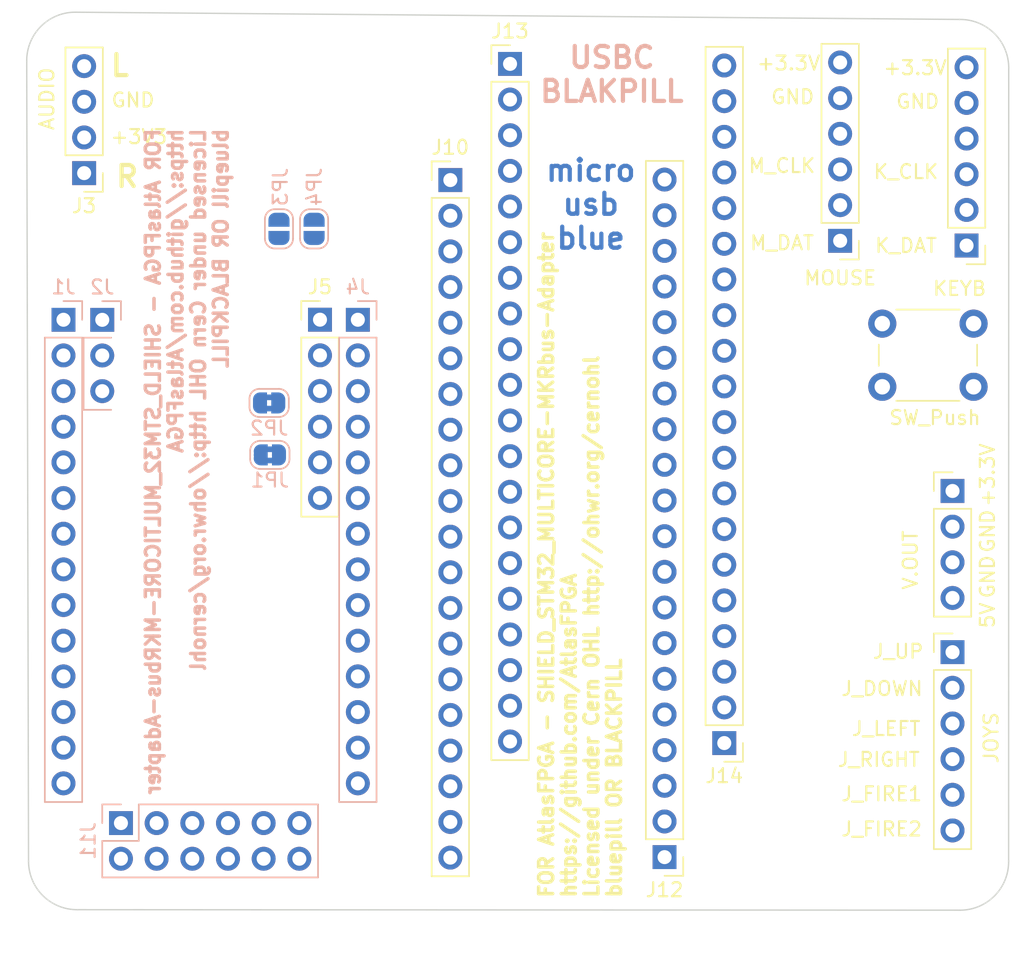
<source format=kicad_pcb>
(kicad_pcb (version 20211014) (generator pcbnew)
  (title_block (title "ATLAS RELOCATOR ESP32 DEV KIT V1 FINAL") (date "2023-06-05") (rev "FINAL") (company "The Experiment Group") (comment 1 "LICENSE OHL CERN V2 S") (comment 2 "https://ohwr.org/cern_ohl_s_v2.txt"))
  (layers (0 "F.Cu" signal) (31 "B.Cu" signal) (34 "B.Paste" user) (35 "F.Paste" user) (36 "B.SilkS" user "B.Silkscreen") (37 "F.SilkS" user "F.Silkscreen") (38 "B.Mask" user) (39 "F.Mask" user) (44 "Edge.Cuts" user))
  (net 0 "")
  (net 1 "R12_SD_CS")
  (net 2 "T13_SD_CLK")
  (net 3 "R13_SD_MISO")
  (net 4 "T14_SD_MOSI")
  (net 5 "P14_SD_DATA1")
  (net 6 "R14_SD_DATA2")
  (net 7 "T15_JOY_LEFT")
  (net 8 "N16_JOY_RIGHT")
  (net 9 "TMDSC_P")
  (net 10 "TMDSC_N")
  (net 11 "K15_JOY_FIRE1")
  (net 12 "K16_JOY_FIRE2")
  (net 13 "J14_JOY_UP")
  (net 14 "GND")
  (net 15 "+5V")
  (net 16 "VIN")
  (net 17 "+3.3V")
  (net 18 "RESET")
  (net 19 "R1_JOY_DOWN")
  (net 20 "TMDS_0_N")
  (net 21 "L2_KCLK")
  (net 22 "K2_KDAT")
  (net 23 "TMDS_1_P")
  (net 24 "TMDS_1_N")
  (net 25 "TMDS_0_P")
  (net 26 "TMDS_2_N")
  (net 27 "TMDS_2_P")
  (net 28 "MOUSE_DAT")
  (net 29 "MOUSE_CLK")
  (net 30 "L2_KDAT")
  (net 31 "K2_KCLK")
  (net 32 "JTAG_ENABLE")
  (net 34 "TCK")
  (net 35 "TDO")
  (net 36 "TDI")
  (net 37 "EAR")
  (net 38 "R11_RIGHT_EXTERNAL")
  (net 39 "T12_LEFT_EXTERNAL")
  (net 40 "R11_RIGHT_INTERNAL")
  (net 41 "T12_LEFT_INTERNAL")
  (net 42 "T12_LEFT_MKR")
  (net 43 "R11_RIGHT_MKR")
  (net 44 "TMS")
  (net 45 "PI_CS")
  (net 46 "PI_CLK")
  (net 47 "PI_MISO")
  (net 48 "PI_MOSI")
  (net 50 "PI_RX")
  (net 51 "PI_TX")
  (net 62 "BAT")
  (footprint "Connector_PinHeader_2.54mm:PinHeader_1x06_P2.54mm_Vertical" (layer "F.Cu") (at 199.25 86.19 180)
    (fp_text reference "J8")
    (fp_text value "Conn_01x06" hide)
    (fp_text user "K_DAT" (at 6.6 0 unlocked) (layer "F.SilkS") (effects (justify left)))
    (fp_text user "K_CLK" (at 6.7 5.26 unlocked) (layer "F.SilkS") (effects (justify left)))
    (fp_text user "GND" (at 5.1 10.26 unlocked) (layer "F.SilkS") (effects (justify left)))
    (fp_text user "+3.3V" (at 6 12.66 unlocked) (layer "F.SilkS") (effects (justify left)))
    (fp_line (start -1.33 -1.33) (end 0 -1.33) (layer "F.SilkS") (width 0.12))
    (fp_line (start -1.33 1.27) (end 1.33 1.27) (layer "F.SilkS") (width 0.12))
    (fp_line (start -1.33 1.27) (end -1.33 14.03) (layer "F.SilkS") (width 0.12))
    (fp_line (start -1.33 14.03) (end 1.33 14.03) (layer "F.SilkS") (width 0.12))
    (fp_line (start 1.33 1.27) (end 1.33 14.03) (layer "F.SilkS") (width 0.12))
    (fp_line (start -1.33 0) (end -1.33 -1.33) (layer "F.SilkS") (width 0.12))
    (pad "1" thru_hole rect (at 0 0 180) (size 1.7 1.7) (drill 1) (layers *.Cu *.Mask) (net 22 "K2_KDAT"))
    (pad "2" thru_hole oval (at 0 2.54 180) (size 1.7 1.7) (drill 1) (layers *.Cu *.Mask) (net 17 "+3.3V"))
    (pad "3" thru_hole oval (at 0 5.08 180) (size 1.7 1.7) (drill 1) (layers *.Cu *.Mask) (net 21 "L2_KCLK"))
    (pad "4" thru_hole oval (at 0 7.62 180) (size 1.7 1.7) (drill 1) (layers *.Cu *.Mask) (net 14 "GND"))
    (pad "5" thru_hole oval (at 0 10.16 180) (size 1.7 1.7) (drill 1) (layers *.Cu *.Mask) (net 14 "GND"))
    (pad "6" thru_hole oval (at 0 12.7 180) (size 1.7 1.7) (drill 1) (layers *.Cu *.Mask) (net 17 "+3.3V"))
  )
  (footprint "Connector_PinHeader_2.54mm:PinHeader_1x20_P2.54mm_Vertical" (layer "F.Cu") (at 166.75 73.25)
    (fp_text reference "J13" (at 0 -2.33) (layer "F.SilkS"))
    (fp_text value "BLACKPILL_IZQ")
    (fp_line (start -1.33 49.59) (end 1.33 49.59) (layer "F.SilkS") (width 0.12))
    (fp_line (start -1.33 1.27) (end 1.33 1.27) (layer "F.SilkS") (width 0.12))
    (fp_line (start -1.33 0) (end -1.33 -1.33) (layer "F.SilkS") (width 0.12))
    (fp_line (start 1.33 1.27) (end 1.33 49.59) (layer "F.SilkS") (width 0.12))
    (fp_line (start -1.33 1.27) (end -1.33 49.59) (layer "F.SilkS") (width 0.12))
    (fp_line (start -1.33 -1.33) (end 0 -1.33) (layer "F.SilkS") (width 0.12))
    (pad "1" thru_hole rect (at 0 0) (size 1.7 1.7) (drill 1) (layers *.Cu *.Mask))
    (pad "2" thru_hole oval (at 0 2.54) (size 1.7 1.7) (drill 1) (layers *.Cu *.Mask))
    (pad "3" thru_hole oval (at 0 5.08) (size 1.7 1.7) (drill 1) (layers *.Cu *.Mask))
    (pad "4" thru_hole oval (at 0 7.62) (size 1.7 1.7) (drill 1) (layers *.Cu *.Mask) (net 2 "T13_SD_CLK"))
    (pad "5" thru_hole oval (at 0 10.16) (size 1.7 1.7) (drill 1) (layers *.Cu *.Mask) (net 5 "P14_SD_DATA1"))
    (pad "6" thru_hole oval (at 0 12.7) (size 1.7 1.7) (drill 1) (layers *.Cu *.Mask) (net 6 "R14_SD_DATA2"))
    (pad "7" thru_hole oval (at 0 15.24) (size 1.7 1.7) (drill 1) (layers *.Cu *.Mask) (net 48 "PI_MOSI"))
    (pad "8" thru_hole oval (at 0 17.78) (size 1.7 1.7) (drill 1) (layers *.Cu *.Mask))
    (pad "9" thru_hole oval (at 0 20.32) (size 1.7 1.7) (drill 1) (layers *.Cu *.Mask) (net 47 "PI_MISO"))
    (pad "10" thru_hole oval (at 0 22.86) (size 1.7 1.7) (drill 1) (layers *.Cu *.Mask))
    (pad "11" thru_hole oval (at 0 25.4) (size 1.7 1.7) (drill 1) (layers *.Cu *.Mask))
    (pad "12" thru_hole oval (at 0 27.94) (size 1.7 1.7) (drill 1) (layers *.Cu *.Mask) (net 3 "R13_SD_MISO"))
    (pad "13" thru_hole oval (at 0 30.48) (size 1.7 1.7) (drill 1) (layers *.Cu *.Mask) (net 1 "R12_SD_CS"))
    (pad "14" thru_hole oval (at 0 33.02) (size 1.7 1.7) (drill 1) (layers *.Cu *.Mask) (net 50 "PI_RX"))
    (pad "15" thru_hole oval (at 0 35.56) (size 1.7 1.7) (drill 1) (layers *.Cu *.Mask) (net 51 "PI_TX"))
    (pad "16" thru_hole oval (at 0 38.1) (size 1.7 1.7) (drill 1) (layers *.Cu *.Mask))
    (pad "17" thru_hole oval (at 0 40.64) (size 1.7 1.7) (drill 1) (layers *.Cu *.Mask))
    (pad "18" thru_hole oval (at 0 43.18) (size 1.7 1.7) (drill 1) (layers *.Cu *.Mask) (net 15 "+5V"))
    (pad "19" thru_hole oval (at 0 45.72) (size 1.7 1.7) (drill 1) (layers *.Cu *.Mask) (net 14 "GND"))
    (pad "20" thru_hole oval (at 0 48.26) (size 1.7 1.7) (drill 1) (layers *.Cu *.Mask) (net 17 "+3.3V"))
  )
  (footprint "Connector_PinHeader_2.54mm:PinHeader_1x20_P2.54mm_Vertical" (layer "F.Cu") (at 182 121.625 180)
    (fp_text reference "J14" (at 0 -2.33) (layer "F.SilkS"))
    (fp_text value "BLACKPILL_DER")
    (fp_line (start -1.33 49.59) (end 1.33 49.59) (layer "F.SilkS") (width 0.12))
    (fp_line (start -1.33 0) (end -1.33 -1.33) (layer "F.SilkS") (width 0.12))
    (fp_line (start 1.33 1.27) (end 1.33 49.59) (layer "F.SilkS") (width 0.12))
    (fp_line (start -1.33 -1.33) (end 0 -1.33) (layer "F.SilkS") (width 0.12))
    (fp_line (start -1.33 1.27) (end -1.33 49.59) (layer "F.SilkS") (width 0.12))
    (fp_line (start -1.33 1.27) (end 1.33 1.27) (layer "F.SilkS") (width 0.12))
    (pad "1" thru_hole rect (at 0 0 180) (size 1.7 1.7) (drill 1) (layers *.Cu *.Mask) (net 62 "BAT"))
    (pad "2" thru_hole oval (at 0 2.54 180) (size 1.7 1.7) (drill 1) (layers *.Cu *.Mask))
    (pad "3" thru_hole oval (at 0 5.08 180) (size 1.7 1.7) (drill 1) (layers *.Cu *.Mask))
    (pad "4" thru_hole oval (at 0 7.62 180) (size 1.7 1.7) (drill 1) (layers *.Cu *.Mask))
    (pad "5" thru_hole oval (at 0 10.16 180) (size 1.7 1.7) (drill 1) (layers *.Cu *.Mask) (net 18 "RESET"))
    (pad "6" thru_hole oval (at 0 12.7 180) (size 1.7 1.7) (drill 1) (layers *.Cu *.Mask) (net 34 "TCK"))
    (pad "7" thru_hole oval (at 0 15.24 180) (size 1.7 1.7) (drill 1) (layers *.Cu *.Mask) (net 36 "TDI"))
    (pad "8" thru_hole oval (at 0 17.78 180) (size 1.7 1.7) (drill 1) (layers *.Cu *.Mask) (net 44 "TMS"))
    (pad "9" thru_hole oval (at 0 20.32 180) (size 1.7 1.7) (drill 1) (layers *.Cu *.Mask) (net 35 "TDO"))
    (pad "10" thru_hole oval (at 0 22.86 180) (size 1.7 1.7) (drill 1) (layers *.Cu *.Mask))
    (pad "11" thru_hole oval (at 0 25.4 180) (size 1.7 1.7) (drill 1) (layers *.Cu *.Mask))
    (pad "12" thru_hole oval (at 0 27.94 180) (size 1.7 1.7) (drill 1) (layers *.Cu *.Mask) (net 4 "T14_SD_MOSI"))
    (pad "13" thru_hole oval (at 0 30.48 180) (size 1.7 1.7) (drill 1) (layers *.Cu *.Mask))
    (pad "14" thru_hole oval (at 0 33.02 180) (size 1.7 1.7) (drill 1) (layers *.Cu *.Mask) (net 46 "PI_CLK"))
    (pad "15" thru_hole oval (at 0 35.56 180) (size 1.7 1.7) (drill 1) (layers *.Cu *.Mask) (net 45 "PI_CS"))
    (pad "16" thru_hole oval (at 0 38.1 180) (size 1.7 1.7) (drill 1) (layers *.Cu *.Mask))
    (pad "17" thru_hole oval (at 0 40.64 180) (size 1.7 1.7) (drill 1) (layers *.Cu *.Mask))
    (pad "18" thru_hole oval (at 0 43.18 180) (size 1.7 1.7) (drill 1) (layers *.Cu *.Mask) (net 17 "+3.3V"))
    (pad "19" thru_hole oval (at 0 45.72 180) (size 1.7 1.7) (drill 1) (layers *.Cu *.Mask) (net 14 "GND"))
    (pad "20" thru_hole oval (at 0 48.26 180) (size 1.7 1.7) (drill 1) (layers *.Cu *.Mask) (net 15 "+5V"))
  )
  (footprint "Connector_PinHeader_2.54mm:PinHeader_1x06_P2.54mm_Vertical" (layer "F.Cu") (at 153.22 91.47)
    (fp_text reference "J5" (at 0 -2.33) (layer "F.SilkS"))
    (fp_text value "JTAG")
    (fp_line (start -1.33 1.27) (end 1.33 1.27) (layer "F.SilkS") (width 0.12))
    (fp_line (start -1.33 0) (end -1.33 -1.33) (layer "F.SilkS") (width 0.12))
    (fp_line (start -1.33 14.03) (end 1.33 14.03) (layer "F.SilkS") (width 0.12))
    (fp_line (start 1.33 1.27) (end 1.33 14.03) (layer "F.SilkS") (width 0.12))
    (fp_line (start -1.33 -1.33) (end 0 -1.33) (layer "F.SilkS") (width 0.12))
    (fp_line (start -1.33 1.27) (end -1.33 14.03) (layer "F.SilkS") (width 0.12))
    (pad "1" thru_hole rect (at 0 0) (size 1.7 1.7) (drill 1) (layers *.Cu *.Mask) (net 14 "GND"))
    (pad "2" thru_hole oval (at 0 2.54) (size 1.7 1.7) (drill 1) (layers *.Cu *.Mask) (net 32 "JTAG_ENABLE"))
    (pad "3" thru_hole oval (at 0 5.08) (size 1.7 1.7) (drill 1) (layers *.Cu *.Mask) (net 34 "TCK"))
    (pad "4" thru_hole oval (at 0 7.62) (size 1.7 1.7) (drill 1) (layers *.Cu *.Mask) (net 35 "TDO"))
    (pad "5" thru_hole oval (at 0 10.16) (size 1.7 1.7) (drill 1) (layers *.Cu *.Mask) (net 36 "TDI"))
    (pad "6" thru_hole oval (at 0 12.7) (size 1.7 1.7) (drill 1) (layers *.Cu *.Mask) (net 44 "TMS"))
  )
  (footprint "Connector_PinHeader_2.54mm:PinHeader_1x20_P2.54mm_Vertical" (layer "F.Cu") (at 162.5 81.525)
    (fp_text reference "J10" (at 0 -2.33) (layer "F.SilkS"))
    (fp_text value "BLUEPILL_IZQ")
    (fp_line (start -1.33 0) (end -1.33 -1.33) (layer "F.SilkS") (width 0.12))
    (fp_line (start 1.33 1.27) (end 1.33 49.59) (layer "F.SilkS") (width 0.12))
    (fp_line (start -1.33 49.59) (end 1.33 49.59) (layer "F.SilkS") (width 0.12))
    (fp_line (start -1.33 -1.33) (end 0 -1.33) (layer "F.SilkS") (width 0.12))
    (fp_line (start -1.33 1.27) (end -1.33 49.59) (layer "F.SilkS") (width 0.12))
    (fp_line (start -1.33 1.27) (end 1.33 1.27) (layer "F.SilkS") (width 0.12))
    (pad "1" thru_hole rect (at 0 0) (size 1.7 1.7) (drill 1) (layers *.Cu *.Mask) (net 45 "PI_CS"))
    (pad "2" thru_hole oval (at 0 2.54) (size 1.7 1.7) (drill 1) (layers *.Cu *.Mask) (net 46 "PI_CLK"))
    (pad "3" thru_hole oval (at 0 5.08) (size 1.7 1.7) (drill 1) (layers *.Cu *.Mask) (net 47 "PI_MISO"))
    (pad "4" thru_hole oval (at 0 7.62) (size 1.7 1.7) (drill 1) (layers *.Cu *.Mask) (net 48 "PI_MOSI"))
    (pad "5" thru_hole oval (at 0 10.16) (size 1.7 1.7) (drill 1) (layers *.Cu *.Mask))
    (pad "6" thru_hole oval (at 0 12.7) (size 1.7 1.7) (drill 1) (layers *.Cu *.Mask) (net 50 "PI_RX"))
    (pad "7" thru_hole oval (at 0 15.24) (size 1.7 1.7) (drill 1) (layers *.Cu *.Mask) (net 51 "PI_TX"))
    (pad "8" thru_hole oval (at 0 17.78) (size 1.7 1.7) (drill 1) (layers *.Cu *.Mask))
    (pad "9" thru_hole oval (at 0 20.32) (size 1.7 1.7) (drill 1) (layers *.Cu *.Mask))
    (pad "10" thru_hole oval (at 0 22.86) (size 1.7 1.7) (drill 1) (layers *.Cu *.Mask))
    (pad "11" thru_hole oval (at 0 25.4) (size 1.7 1.7) (drill 1) (layers *.Cu *.Mask))
    (pad "12" thru_hole oval (at 0 27.94) (size 1.7 1.7) (drill 1) (layers *.Cu *.Mask))
    (pad "13" thru_hole oval (at 0 30.48) (size 1.7 1.7) (drill 1) (layers *.Cu *.Mask))
    (pad "14" thru_hole oval (at 0 33.02) (size 1.7 1.7) (drill 1) (layers *.Cu *.Mask))
    (pad "15" thru_hole oval (at 0 35.56) (size 1.7 1.7) (drill 1) (layers *.Cu *.Mask))
    (pad "16" thru_hole oval (at 0 38.1) (size 1.7 1.7) (drill 1) (layers *.Cu *.Mask))
    (pad "17" thru_hole oval (at 0 40.64) (size 1.7 1.7) (drill 1) (layers *.Cu *.Mask))
    (pad "18" thru_hole oval (at 0 43.18) (size 1.7 1.7) (drill 1) (layers *.Cu *.Mask) (net 15 "+5V"))
    (pad "19" thru_hole oval (at 0 45.72) (size 1.7 1.7) (drill 1) (layers *.Cu *.Mask) (net 14 "GND"))
    (pad "20" thru_hole oval (at 0 48.26) (size 1.7 1.7) (drill 1) (layers *.Cu *.Mask) (net 17 "+3.3V"))
  )
  (footprint "Connector_PinHeader_2.54mm:PinHeader_1x04_P2.54mm_Vertical" (layer "F.Cu") (at 136.43 81.03 180)
    (fp_text reference "J3" (at 0 -2.33) (layer "F.SilkS"))
    (fp_text value "Conn_01x04")
    (fp_line (start -1.33 1.27) (end -1.33 8.95) (layer "F.SilkS") (width 0.12))
    (fp_line (start -1.33 1.27) (end 1.33 1.27) (layer "F.SilkS") (width 0.12))
    (fp_line (start -1.33 8.95) (end 1.33 8.95) (layer "F.SilkS") (width 0.12))
    (fp_line (start -1.33 0) (end -1.33 -1.33) (layer "F.SilkS") (width 0.12))
    (fp_line (start -1.33 -1.33) (end 0 -1.33) (layer "F.SilkS") (width 0.12))
    (fp_line (start 1.33 1.27) (end 1.33 8.95) (layer "F.SilkS") (width 0.12))
    (pad "1" thru_hole rect (at 0 0 180) (size 1.7 1.7) (drill 1) (layers *.Cu *.Mask) (net 38 "R11_RIGHT_EXTERNAL"))
    (pad "2" thru_hole oval (at 0 2.54 180) (size 1.7 1.7) (drill 1) (layers *.Cu *.Mask) (net 17 "+3.3V"))
    (pad "3" thru_hole oval (at 0 5.08 180) (size 1.7 1.7) (drill 1) (layers *.Cu *.Mask) (net 14 "GND"))
    (pad "4" thru_hole oval (at 0 7.62 180) (size 1.7 1.7) (drill 1) (layers *.Cu *.Mask) (net 39 "T12_LEFT_EXTERNAL"))
  )
  (footprint "Connector_PinHeader_2.54mm:PinHeader_1x06_P2.54mm_Vertical" (layer "F.Cu") (at 198.25 115.15)
    (fp_text reference "J9")
    (fp_text value "Conn_01x06" hide)
    (fp_text user "J_DOWN" (at -8 2.6 unlocked) (layer "F.SilkS") (effects (justify left)))
    (fp_text user "J_RIGHT" (at -8.25 7.65 unlocked) (layer "F.SilkS") (effects (justify left)))
    (fp_text user "J_FIRE2" (at -8 12.6 unlocked) (layer "F.SilkS") (effects (justify left)))
    (fp_text user "J_FIRE1" (at -8 10.1 unlocked) (layer "F.SilkS") (effects (justify left)))
    (fp_text user "J_LEFT" (at -7.25 5.45 unlocked) (layer "F.SilkS") (effects (justify left)))
    (fp_text user "J_UP" (at -5.75 -0.05 unlocked) (layer "F.SilkS") (effects (justify left)))
    (fp_line (start 1.33 1.27) (end 1.33 14.03) (layer "F.SilkS") (width 0.12))
    (fp_line (start -1.33 -1.33) (end 0 -1.33) (layer "F.SilkS") (width 0.12))
    (fp_line (start -1.33 1.27) (end 1.33 1.27) (layer "F.SilkS") (width 0.12))
    (fp_line (start -1.33 14.03) (end 1.33 14.03) (layer "F.SilkS") (width 0.12))
    (fp_line (start -1.33 0) (end -1.33 -1.33) (layer "F.SilkS") (width 0.12))
    (fp_line (start -1.33 1.27) (end -1.33 14.03) (layer "F.SilkS") (width 0.12))
    (pad "1" thru_hole rect (at 0 0) (size 1.7 1.7) (drill 1) (layers *.Cu *.Mask) (net 13 "J14_JOY_UP"))
    (pad "2" thru_hole oval (at 0 2.54) (size 1.7 1.7) (drill 1) (layers *.Cu *.Mask) (net 19 "R1_JOY_DOWN"))
    (pad "3" thru_hole oval (at 0 5.08) (size 1.7 1.7) (drill 1) (layers *.Cu *.Mask) (net 7 "T15_JOY_LEFT"))
    (pad "4" thru_hole oval (at 0 7.62) (size 1.7 1.7) (drill 1) (layers *.Cu *.Mask) (net 8 "N16_JOY_RIGHT"))
    (pad "5" thru_hole oval (at 0 10.16) (size 1.7 1.7) (drill 1) (layers *.Cu *.Mask) (net 11 "K15_JOY_FIRE1"))
    (pad "6" thru_hole oval (at 0 12.7) (size 1.7 1.7) (drill 1) (layers *.Cu *.Mask) (net 12 "K16_JOY_FIRE2"))
  )
  (footprint "Connector_PinHeader_2.54mm:PinHeader_1x20_P2.54mm_Vertical" (layer "F.Cu") (at 177.75 129.75 180)
    (fp_text reference "J12" (at 0 -2.33) (layer "F.SilkS"))
    (fp_text value "BLUEPILL_DER")
    (fp_line (start 1.33 1.27) (end 1.33 49.59) (layer "F.SilkS") (width 0.12))
    (fp_line (start -1.33 1.27) (end 1.33 1.27) (layer "F.SilkS") (width 0.12))
    (fp_line (start -1.33 49.59) (end 1.33 49.59) (layer "F.SilkS") (width 0.12))
    (fp_line (start -1.33 0) (end -1.33 -1.33) (layer "F.SilkS") (width 0.12))
    (fp_line (start -1.33 1.27) (end -1.33 49.59) (layer "F.SilkS") (width 0.12))
    (fp_line (start -1.33 -1.33) (end 0 -1.33) (layer "F.SilkS") (width 0.12))
    (pad "1" thru_hole rect (at 0 0 180) (size 1.7 1.7) (drill 1) (layers *.Cu *.Mask) (net 62 "BAT"))
    (pad "2" thru_hole oval (at 0 2.54 180) (size 1.7 1.7) (drill 1) (layers *.Cu *.Mask))
    (pad "3" thru_hole oval (at 0 5.08 180) (size 1.7 1.7) (drill 1) (layers *.Cu *.Mask))
    (pad "4" thru_hole oval (at 0 7.62 180) (size 1.7 1.7) (drill 1) (layers *.Cu *.Mask))
    (pad "5" thru_hole oval (at 0 10.16 180) (size 1.7 1.7) (drill 1) (layers *.Cu *.Mask))
    (pad "6" thru_hole oval (at 0 12.7 180) (size 1.7 1.7) (drill 1) (layers *.Cu *.Mask))
    (pad "7" thru_hole oval (at 0 15.24 180) (size 1.7 1.7) (drill 1) (layers *.Cu *.Mask))
    (pad "8" thru_hole oval (at 0 17.78 180) (size 1.7 1.7) (drill 1) (layers *.Cu *.Mask))
    (pad "9" thru_hole oval (at 0 20.32 180) (size 1.7 1.7) (drill 1) (layers *.Cu *.Mask) (net 1 "R12_SD_CS"))
    (pad "10" thru_hole oval (at 0 22.86 180) (size 1.7 1.7) (drill 1) (layers *.Cu *.Mask) (net 2 "T13_SD_CLK"))
    (pad "11" thru_hole oval (at 0 25.4 180) (size 1.7 1.7) (drill 1) (layers *.Cu *.Mask) (net 3 "R13_SD_MISO"))
    (pad "12" thru_hole oval (at 0 27.94 180) (size 1.7 1.7) (drill 1) (layers *.Cu *.Mask) (net 4 "T14_SD_MOSI"))
    (pad "13" thru_hole oval (at 0 30.48 180) (size 1.7 1.7) (drill 1) (layers *.Cu *.Mask) (net 34 "TCK"))
    (pad "14" thru_hole oval (at 0 33.02 180) (size 1.7 1.7) (drill 1) (layers *.Cu *.Mask) (net 36 "TDI"))
    (pad "15" thru_hole oval (at 0 35.56 180) (size 1.7 1.7) (drill 1) (layers *.Cu *.Mask) (net 44 "TMS"))
    (pad "16" thru_hole oval (at 0 38.1 180) (size 1.7 1.7) (drill 1) (layers *.Cu *.Mask) (net 35 "TDO"))
    (pad "17" thru_hole oval (at 0 40.64 180) (size 1.7 1.7) (drill 1) (layers *.Cu *.Mask) (net 18 "RESET"))
    (pad "18" thru_hole oval (at 0 43.18 180) (size 1.7 1.7) (drill 1) (layers *.Cu *.Mask) (net 17 "+3.3V"))
    (pad "19" thru_hole oval (at 0 45.72 180) (size 1.7 1.7) (drill 1) (layers *.Cu *.Mask) (net 14 "GND"))
    (pad "20" thru_hole oval (at 0 48.26 180) (size 1.7 1.7) (drill 1) (layers *.Cu *.Mask) (net 14 "GND"))
  )
  (footprint "Button_Switch_THT:SW_PUSH_6mm" (layer "F.Cu") (at 193.25 91.75)
    (fp_text reference "SW1")
    (fp_text value "SW_Push" (at 3.75 6.7) (layer "F.SilkS"))
    (fp_line (start 6.75 3) (end 6.75 1.5) (layer "F.SilkS") (width 0.12))
    (fp_line (start -0.25 1.5) (end -0.25 3) (layer "F.SilkS") (width 0.12))
    (fp_line (start 5.5 -1) (end 1 -1) (layer "F.SilkS") (width 0.12))
    (fp_line (start 1 5.5) (end 5.5 5.5) (layer "F.SilkS") (width 0.12))
    (pad "1" thru_hole circle locked (at 6.5 0 90) (size 2 2) (drill 1.1) (layers *.Cu *.Mask) (net 18 "RESET"))
    (pad "1" thru_hole circle locked (at 0 0 90) (size 2 2) (drill 1.1) (layers *.Cu *.Mask) (net 18 "RESET"))
    (pad "2" thru_hole circle locked (at 0 4.5 90) (size 2 2) (drill 1.1) (layers *.Cu *.Mask) (net 14 "GND"))
    (pad "2" thru_hole circle locked (at 6.5 4.5 90) (size 2 2) (drill 1.1) (layers *.Cu *.Mask) (net 14 "GND"))
  )
  (footprint "Connector_PinHeader_2.54mm:PinHeader_1x04_P2.54mm_Vertical" (layer "F.Cu") (at 198.25 103.67)
    (fp_text reference "J7")
    (fp_text value "Conn_01x04" hide)
    (fp_text user "GND" (at 2.49 2.86 90 unlocked) (layer "F.SilkS"))
    (fp_text user "GND" (at 2.49 6.11 90 unlocked) (layer "F.SilkS"))
    (fp_text user "+3.3V" (at 2.49 -1.14 90 unlocked) (layer "F.SilkS"))
    (fp_text user "5V" (at 2.49 8.86 90 unlocked) (layer "F.SilkS"))
    (fp_line (start -1.33 -1.33) (end 0 -1.33) (layer "F.SilkS") (width 0.12))
    (fp_line (start -1.33 1.27) (end -1.33 8.95) (layer "F.SilkS") (width 0.12))
    (fp_line (start -1.33 1.27) (end 1.33 1.27) (layer "F.SilkS") (width 0.12))
    (fp_line (start -1.33 8.95) (end 1.33 8.95) (layer "F.SilkS") (width 0.12))
    (fp_line (start 1.33 1.27) (end 1.33 8.95) (layer "F.SilkS") (width 0.12))
    (fp_line (start -1.33 0) (end -1.33 -1.33) (layer "F.SilkS") (width 0.12))
    (pad "1" thru_hole rect (at 0 0) (size 1.7 1.7) (drill 1) (layers *.Cu *.Mask) (net 17 "+3.3V"))
    (pad "2" thru_hole oval (at 0 2.54) (size 1.7 1.7) (drill 1) (layers *.Cu *.Mask) (net 14 "GND"))
    (pad "3" thru_hole oval (at 0 5.08) (size 1.7 1.7) (drill 1) (layers *.Cu *.Mask) (net 14 "GND"))
    (pad "4" thru_hole oval (at 0 7.62) (size 1.7 1.7) (drill 1) (layers *.Cu *.Mask) (net 15 "+5V"))
  )
  (footprint "Connector_PinHeader_2.54mm:PinHeader_1x06_P2.54mm_Vertical" (layer "F.Cu") (at 190.25 85.85 180)
    (fp_text reference "J6")
    (fp_text value "Conn_01x06" hide)
    (fp_text user "M_DAT" (at 6.5 -0.15 unlocked) (layer "F.SilkS") (effects (justify left)))
    (fp_text user "M_CLK" (at 6.6 5.35 unlocked) (layer "F.SilkS") (effects (justify left)))
    (fp_text user "+3.3V" (at 6 12.65 unlocked) (layer "F.SilkS") (effects (justify left)))
    (fp_text user "GND" (at 5 10.25 unlocked) (layer "F.SilkS") (effects (justify left)))
    (fp_line (start -1.33 0) (end -1.33 -1.33) (layer "F.SilkS") (width 0.12))
    (fp_line (start -1.33 14.03) (end 1.33 14.03) (layer "F.SilkS") (width 0.12))
    (fp_line (start -1.33 1.27) (end -1.33 14.03) (layer "F.SilkS") (width 0.12))
    (fp_line (start -1.33 1.27) (end 1.33 1.27) (layer "F.SilkS") (width 0.12))
    (fp_line (start -1.33 -1.33) (end 0 -1.33) (layer "F.SilkS") (width 0.12))
    (fp_line (start 1.33 1.27) (end 1.33 14.03) (layer "F.SilkS") (width 0.12))
    (pad "1" thru_hole rect (at 0 0 180) (size 1.7 1.7) (drill 1) (layers *.Cu *.Mask) (net 28 "MOUSE_DAT"))
    (pad "2" thru_hole oval (at 0 2.54 180) (size 1.7 1.7) (drill 1) (layers *.Cu *.Mask) (net 17 "+3.3V"))
    (pad "3" thru_hole oval (at 0 5.08 180) (size 1.7 1.7) (drill 1) (layers *.Cu *.Mask) (net 29 "MOUSE_CLK"))
    (pad "4" thru_hole oval (at 0 7.62 180) (size 1.7 1.7) (drill 1) (layers *.Cu *.Mask) (net 14 "GND"))
    (pad "5" thru_hole oval (at 0 10.16 180) (size 1.7 1.7) (drill 1) (layers *.Cu *.Mask) (net 14 "GND"))
    (pad "6" thru_hole oval (at 0 12.7 180) (size 1.7 1.7) (drill 1) (layers *.Cu *.Mask) (net 17 "+3.3V"))
  )
  (footprint "Connector_PinHeader_2.54mm:PinHeader_1x14_P2.54mm_Vertical" (layer "B.Cu") (at 134.96 91.475 180)
    (fp_text reference "J1" (at 0 2.33) (layer "B.SilkS") (effects (justify mirror)))
    (fp_text value "Conn_01x14" hide)
    (fp_line (start -1.33 -1.27) (end -1.33 -34.35) (layer "B.SilkS") (width 0.12))
    (fp_line (start -1.33 -1.27) (end 1.33 -1.27) (layer "B.SilkS") (width 0.12))
    (fp_line (start -1.33 -34.35) (end 1.33 -34.35) (layer "B.SilkS") (width 0.12))
    (fp_line (start -1.33 1.33) (end 0 1.33) (layer "B.SilkS") (width 0.12))
    (fp_line (start -1.33 0) (end -1.33 1.33) (layer "B.SilkS") (width 0.12))
    (fp_line (start 1.33 -1.27) (end 1.33 -34.35) (layer "B.SilkS") (width 0.12))
    (pad "1" thru_hole rect locked (at 0 0 180) (size 1.7 1.7) (drill 1) (layers *.Cu *.Mask) (net 37 "EAR"))
    (pad "2" thru_hole oval locked (at 0 -2.54 180) (size 1.7 1.7) (drill 1) (layers *.Cu *.Mask) (net 1 "R12_SD_CS"))
    (pad "3" thru_hole oval locked (at 0 -5.08 180) (size 1.7 1.7) (drill 1) (layers *.Cu *.Mask) (net 2 "T13_SD_CLK"))
    (pad "4" thru_hole oval locked (at 0 -7.62 180) (size 1.7 1.7) (drill 1) (layers *.Cu *.Mask) (net 3 "R13_SD_MISO"))
    (pad "5" thru_hole oval locked (at 0 -10.16 180) (size 1.7 1.7) (drill 1) (layers *.Cu *.Mask) (net 4 "T14_SD_MOSI"))
    (pad "6" thru_hole oval locked (at 0 -12.7 180) (size 1.7 1.7) (drill 1) (layers *.Cu *.Mask) (net 5 "P14_SD_DATA1"))
    (pad "7" thru_hole oval locked (at 0 -15.24 180) (size 1.7 1.7) (drill 1) (layers *.Cu *.Mask) (net 6 "R14_SD_DATA2"))
    (pad "8" thru_hole oval locked (at 0 -17.78 180) (size 1.7 1.7) (drill 1) (layers *.Cu *.Mask) (net 7 "T15_JOY_LEFT"))
    (pad "9" thru_hole oval locked (at 0 -20.32 180) (size 1.7 1.7) (drill 1) (layers *.Cu *.Mask) (net 8 "N16_JOY_RIGHT"))
    (pad "10" thru_hole oval locked (at 0 -22.86 180) (size 1.7 1.7) (drill 1) (layers *.Cu *.Mask) (net 9 "TMDSC_P"))
    (pad "11" thru_hole oval locked (at 0 -25.4 180) (size 1.7 1.7) (drill 1) (layers *.Cu *.Mask) (net 10 "TMDSC_N"))
    (pad "12" thru_hole oval locked (at 0 -27.94 180) (size 1.7 1.7) (drill 1) (layers *.Cu *.Mask) (net 11 "K15_JOY_FIRE1"))
    (pad "13" thru_hole oval locked (at 0 -30.48 180) (size 1.7 1.7) (drill 1) (layers *.Cu *.Mask) (net 12 "K16_JOY_FIRE2"))
    (pad "14" thru_hole oval locked (at 0 -33.02 180) (size 1.7 1.7) (drill 1) (layers *.Cu *.Mask) (net 13 "J14_JOY_UP"))
  )
  (footprint "Connector_PinHeader_2.54mm:PinHeader_1x14_P2.54mm_Vertical" (layer "B.Cu") (at 155.915 91.475 180)
    (fp_text reference "J4" (at 0 2.33) (layer "B.SilkS") (effects (justify mirror)))
    (fp_text value "Conn_01x14")
    (fp_line (start -1.33 0) (end -1.33 1.33) (layer "B.SilkS") (width 0.12))
    (fp_line (start -1.33 1.33) (end 0 1.33) (layer "B.SilkS") (width 0.12))
    (fp_line (start -1.33 -1.27) (end 1.33 -1.27) (layer "B.SilkS") (width 0.12))
    (fp_line (start 1.33 -1.27) (end 1.33 -34.35) (layer "B.SilkS") (width 0.12))
    (fp_line (start -1.33 -1.27) (end -1.33 -34.35) (layer "B.SilkS") (width 0.12))
    (fp_line (start -1.33 -34.35) (end 1.33 -34.35) (layer "B.SilkS") (width 0.12))
    (pad "1" thru_hole rect locked (at 0 0 180) (size 1.7 1.7) (drill 1) (layers *.Cu *.Mask) (net 15 "+5V"))
    (pad "2" thru_hole oval locked (at 0 -2.54 180) (size 1.7 1.7) (drill 1) (layers *.Cu *.Mask) (net 16 "VIN"))
    (pad "3" thru_hole oval locked (at 0 -5.08 180) (size 1.7 1.7) (drill 1) (layers *.Cu *.Mask) (net 17 "+3.3V"))
    (pad "4" thru_hole oval locked (at 0 -7.62 180) (size 1.7 1.7) (drill 1) (layers *.Cu *.Mask) (net 14 "GND"))
    (pad "5" thru_hole oval locked (at 0 -10.16 180) (size 1.7 1.7) (drill 1) (layers *.Cu *.Mask) (net 18 "RESET"))
    (pad "6" thru_hole oval locked (at 0 -12.7 180) (size 1.7 1.7) (drill 1) (layers *.Cu *.Mask) (net 19 "R1_JOY_DOWN"))
    (pad "7" thru_hole oval locked (at 0 -15.24 180) (size 1.7 1.7) (drill 1) (layers *.Cu *.Mask) (net 20 "TMDS_0_N"))
    (pad "8" thru_hole oval locked (at 0 -17.78 180) (size 1.7 1.7) (drill 1) (layers *.Cu *.Mask) (net 30 "L2_KDAT"))
    (pad "9" thru_hole oval locked (at 0 -20.32 180) (size 1.7 1.7) (drill 1) (layers *.Cu *.Mask) (net 31 "K2_KCLK"))
    (pad "10" thru_hole oval locked (at 0 -22.86 180) (size 1.7 1.7) (drill 1) (layers *.Cu *.Mask) (net 23 "TMDS_1_P"))
    (pad "11" thru_hole oval locked (at 0 -25.4 180) (size 1.7 1.7) (drill 1) (layers *.Cu *.Mask) (net 24 "TMDS_1_N"))
    (pad "12" thru_hole oval locked (at 0 -27.94 180) (size 1.7 1.7) (drill 1) (layers *.Cu *.Mask) (net 25 "TMDS_0_P"))
    (pad "13" thru_hole oval locked (at 0 -30.48 180) (size 1.7 1.7) (drill 1) (layers *.Cu *.Mask) (net 26 "TMDS_2_N"))
    (pad "14" thru_hole oval locked (at 0 -33.02 180) (size 1.7 1.7) (drill 1) (layers *.Cu *.Mask) (net 27 "TMDS_2_P"))
  )
  (footprint "Jumper:SolderJumper-2_P1.3mm_Bridged2Bar_RoundedPad1.0x1.5mm" (layer "B.Cu") (at 149.65 101.099999)
    (fp_text reference "JP1" (at 0 1.8) (layer "B.SilkS") (effects (justify mirror)))
    (fp_text value "SolderJumper_2_Bridged")
    (fp_poly (pts (xy -0.25 0.6) (xy 0.25 0.6) (xy 0.25 0.2) (xy -0.25 0.2)) (layer "B.Cu") (width 0) (fill solid))
    (fp_poly (pts (xy -0.25 -0.2) (xy 0.25 -0.2) (xy 0.25 -0.6) (xy -0.25 -0.6)) (layer "B.Cu") (width 0) (fill solid))
    (fp_line (start -1.4 -0.3) (end -1.4 0.3) (layer "B.SilkS") (width 0.12))
    (fp_line (start -0.7 1) (end 0.7 1) (layer "B.SilkS") (width 0.12))
    (fp_line (start 1.4 0.3) (end 1.4 -0.3) (layer "B.SilkS") (width 0.12))
    (fp_line (start 0.7 -1) (end -0.7 -1) (layer "B.SilkS") (width 0.12))
    (fp_arc (start -1.4 -0.3) (mid -1.194975 -0.794975) (end -0.7 -1) (layer "B.SilkS") (width 0.12))
    (fp_arc (start 0.7 -1) (mid 1.194975 -0.794975) (end 1.4 -0.3) (layer "B.SilkS") (width 0.12))
    (fp_arc (start -0.7 1) (mid -1.194975 0.794975) (end -1.4 0.3) (layer "B.SilkS") (width 0.12))
    (fp_arc (start 1.4 0.3) (mid 1.194975 0.794975) (end 0.7 1) (layer "B.SilkS") (width 0.12))
    (pad "1" smd custom (at -0.65 0) (size 1 1) (layers "B.Cu" "B.Mask") (net 43 "R11_RIGHT_MKR") (options (clearance outline) (anchor circle)) (primitives (gr_circle (center 0 -0.25) (end 0.5 -0.25) (width 0) (fill yes)) (gr_circle (center 0 0.25) (end 0.5 0.25) (width 0) (fill yes)) (gr_poly (pts (xy 0.5 -0.75) (xy 0 -0.75) (xy 0 0.75) (xy 0.5 0.75)) (width 0) (fill yes))))
    (pad "2" smd custom (at 0.65 0) (size 1 0.5) (layers "B.Cu" "B.Mask") (net 40 "R11_RIGHT_INTERNAL") (options (clearance outline) (anchor rect)) (primitives (gr_circle (center 0 -0.25) (end 0.5 -0.25) (width 0) (fill yes)) (gr_circle (center 0 0.25) (end 0.5 0.25) (width 0) (fill yes)) (gr_poly (pts (xy 0 -0.75) (xy -0.5 -0.75) (xy -0.5 0.75) (xy 0 0.75)) (width 0) (fill yes))))
  )
  (footprint "Jumper:SolderJumper-2_P1.3mm_Open_RoundedPad1.0x1.5mm" (layer "B.Cu") (at 152.8 85 90)
    (fp_text reference "JP4" (at 2.989999 0.020001 90) (layer "B.SilkS") (effects (justify mirror)))
    (fp_text value "SolderJumper_2_Open")
    (fp_line (start 0.7 -1) (end -0.7 -1) (layer "B.SilkS") (width 0.12))
    (fp_line (start -1.4 -0.3) (end -1.4 0.3) (layer "B.SilkS") (width 0.12))
    (fp_line (start -0.7 1) (end 0.7 1) (layer "B.SilkS") (width 0.12))
    (fp_line (start 1.4 0.3) (end 1.4 -0.3) (layer "B.SilkS") (width 0.12))
    (fp_arc (start -0.7 1) (mid -1.194975 0.794975) (end -1.4 0.3) (layer "B.SilkS") (width 0.12))
    (fp_arc (start -1.4 -0.3) (mid -1.194975 -0.794975) (end -0.7 -1) (layer "B.SilkS") (width 0.12))
    (fp_arc (start 0.7 -1) (mid 1.194975 -0.794975) (end 1.4 -0.3) (layer "B.SilkS") (width 0.12))
    (fp_arc (start 1.4 0.3) (mid 1.194975 0.794975) (end 0.7 1) (layer "B.SilkS") (width 0.12))
    (pad "1" smd custom (at -0.65 0 90) (size 1 0.5) (layers "B.Cu" "B.Mask") (net 40 "R11_RIGHT_INTERNAL") (options (clearance outline) (anchor rect)) (primitives (gr_circle (center 0 -0.25) (end 0.5 -0.25) (width 0) (fill yes)) (gr_circle (center 0 0.25) (end 0.5 0.25) (width 0) (fill yes)) (gr_poly (pts (xy 0.5 -0.75) (xy 0 -0.75) (xy 0 0.75) (xy 0.5 0.75)) (width 0) (fill yes))))
    (pad "2" smd custom (at 0.65 0 90) (size 1 0.5) (layers "B.Cu" "B.Mask") (net 39 "T12_LEFT_EXTERNAL") (options (clearance outline) (anchor rect)) (primitives (gr_circle (center 0 -0.25) (end 0.5 -0.25) (width 0) (fill yes)) (gr_circle (center 0 0.25) (end 0.5 0.25) (width 0) (fill yes)) (gr_poly (pts (xy 0 -0.75) (xy -0.5 -0.75) (xy -0.5 0.75) (xy 0 0.75)) (width 0) (fill yes))))
  )
  (footprint "Jumper:SolderJumper-2_P1.3mm_Bridged2Bar_RoundedPad1.0x1.5mm" (layer "B.Cu") (at 149.6 97.4)
    (fp_text reference "JP2" (at 0 1.8) (layer "B.SilkS") (effects (justify mirror)))
    (fp_text value "SolderJumper_2_Bridged")
    (fp_poly (pts (xy -0.25 -0.2) (xy 0.25 -0.2) (xy 0.25 -0.6) (xy -0.25 -0.6)) (layer "B.Cu") (width 0) (fill solid))
    (fp_poly (pts (xy -0.25 0.6) (xy 0.25 0.6) (xy 0.25 0.2) (xy -0.25 0.2)) (layer "B.Cu") (width 0) (fill solid))
    (fp_line (start 1.4 0.3) (end 1.4 -0.3) (layer "B.SilkS") (width 0.12))
    (fp_line (start -0.7 1) (end 0.7 1) (layer "B.SilkS") (width 0.12))
    (fp_line (start -1.4 -0.3) (end -1.4 0.3) (layer "B.SilkS") (width 0.12))
    (fp_line (start 0.7 -1) (end -0.7 -1) (layer "B.SilkS") (width 0.12))
    (fp_arc (start 1.4 0.3) (mid 1.194975 0.794975) (end 0.7 1) (layer "B.SilkS") (width 0.12))
    (fp_arc (start -1.4 -0.3) (mid -1.194975 -0.794975) (end -0.7 -1) (layer "B.SilkS") (width 0.12))
    (fp_arc (start 0.7 -1) (mid 1.194975 -0.794975) (end 1.4 -0.3) (layer "B.SilkS") (width 0.12))
    (fp_arc (start -0.7 1) (mid -1.194975 0.794975) (end -1.4 0.3) (layer "B.SilkS") (width 0.12))
    (pad "1" smd custom (at -0.65 0) (size 1 0.5) (layers "B.Cu" "B.Mask") (net 42 "T12_LEFT_MKR") (options (clearance outline) (anchor rect)) (primitives (gr_circle (center 0 -0.25) (end 0.5 -0.25) (width 0) (fill yes)) (gr_circle (center 0 0.25) (end 0.5 0.25) (width 0) (fill yes)) (gr_poly (pts (xy 0.5 -0.75) (xy 0 -0.75) (xy 0 0.75) (xy 0.5 0.75)) (width 0) (fill yes))))
    (pad "2" smd custom (at 0.65 0) (size 1 0.5) (layers "B.Cu" "B.Mask") (net 41 "T12_LEFT_INTERNAL") (options (clearance outline) (anchor rect)) (primitives (gr_circle (center 0 -0.25) (end 0.5 -0.25) (width 0) (fill yes)) (gr_circle (center 0 0.25) (end 0.5 0.25) (width 0) (fill yes)) (gr_poly (pts (xy 0 -0.75) (xy -0.5 -0.75) (xy -0.5 0.75) (xy 0 0.75)) (width 0) (fill yes))))
  )
  (footprint "Connector_PinHeader_2.54mm:PinHeader_1x03_P2.54mm_Vertical" (layer "B.Cu") (at 137.72 91.48 180)
    (fp_text reference "J2" (at 0 2.33) (layer "B.SilkS") (effects (justify mirror)))
    (fp_text value "Conn_01x03" hide)
    (fp_line (start -1.33 1.33) (end 0 1.33) (layer "B.SilkS") (width 0.12))
    (fp_line (start -0.635 -1.27) (end 1.33 -1.27) (layer "B.SilkS") (width 0.12))
    (fp_line (start -0.635 -6.41) (end 1.33 -6.41) (layer "B.SilkS") (width 0.12))
    (fp_line (start -1.33 0) (end -1.33 1.33) (layer "B.SilkS") (width 0.12))
    (fp_line (start 1.33 -1.27) (end 1.33 -6.41) (layer "B.SilkS") (width 0.12))
    (pad "1" thru_hole rect (at 0 0 180) (size 1.7 1.7) (drill 1) (layers *.Cu *.Mask) (net 42 "T12_LEFT_MKR"))
    (pad "2" thru_hole oval (at 0 -2.54 180) (size 1.7 1.7) (drill 1) (layers *.Cu *.Mask) (net 14 "GND"))
    (pad "3" thru_hole oval (at 0 -5.08 180) (size 1.7 1.7) (drill 1) (layers *.Cu *.Mask) (net 43 "R11_RIGHT_MKR"))
  )
  (footprint "Jumper:SolderJumper-2_P1.3mm_Open_RoundedPad1.0x1.5mm" (layer "B.Cu") (at 150.3 85 90)
    (fp_text reference "JP3" (at 2.98 0.1 90) (layer "B.SilkS") (effects (justify mirror)))
    (fp_text value "SolderJumper_2_Open")
    (fp_line (start 1.4 0.3) (end 1.4 -0.3) (layer "B.SilkS") (width 0.12))
    (fp_line (start -1.4 -0.3) (end -1.4 0.3) (layer "B.SilkS") (width 0.12))
    (fp_line (start -0.7 1) (end 0.7 1) (layer "B.SilkS") (width 0.12))
    (fp_line (start 0.7 -1) (end -0.7 -1) (layer "B.SilkS") (width 0.12))
    (fp_arc (start -1.4 -0.3) (mid -1.194975 -0.794975) (end -0.7 -1) (layer "B.SilkS") (width 0.12))
    (fp_arc (start 1.4 0.3) (mid 1.194975 0.794975) (end 0.7 1) (layer "B.SilkS") (width 0.12))
    (fp_arc (start 0.7 -1) (mid 1.194975 -0.794975) (end 1.4 -0.3) (layer "B.SilkS") (width 0.12))
    (fp_arc (start -0.7 1) (mid -1.194975 0.794975) (end -1.4 0.3) (layer "B.SilkS") (width 0.12))
    (pad "1" smd custom (at -0.65 0 90) (size 1 0.5) (layers "B.Cu" "B.Mask") (net 41 "T12_LEFT_INTERNAL") (options (clearance outline) (anchor rect)) (primitives (gr_circle (center 0 -0.25) (end 0.5 -0.25) (width 0) (fill yes)) (gr_circle (center 0 0.25) (end 0.5 0.25) (width 0) (fill yes)) (gr_poly (pts (xy 0.5 -0.75) (xy 0 -0.75) (xy 0 0.75) (xy 0.5 0.75)) (width 0) (fill yes))))
    (pad "2" smd custom (at 0.65 0 90) (size 1 0.5) (layers "B.Cu" "B.Mask") (net 38 "R11_RIGHT_EXTERNAL") (options (clearance outline) (anchor rect)) (primitives (gr_circle (center 0 -0.25) (end 0.5 -0.25) (width 0) (fill yes)) (gr_circle (center 0 0.25) (end 0.5 0.25) (width 0) (fill yes)) (gr_poly (pts (xy 0 -0.75) (xy -0.5 -0.75) (xy -0.5 0.75) (xy 0 0.75)) (width 0) (fill yes))))
  )
  (footprint "Connector_PinHeader_2.54mm:PinHeader_2x06_P2.54mm_Vertical" (layer "B.Cu") (at 139.05 127.325 -90)
    (fp_text reference "J11" (at 1.27 2.33 90) (layer "B.SilkS") (effects (justify mirror)))
    (fp_text value "Conn_02x06_Odd_Even")
    (fp_line (start -1.33 -1.27) (end 1.27 -1.27) (layer "B.SilkS") (width 0.12))
    (fp_line (start 1.27 1.33) (end 3.87 1.33) (layer "B.SilkS") (width 0.12))
    (fp_line (start -1.33 0) (end -1.33 1.33) (layer "B.SilkS") (width 0.12))
    (fp_line (start -1.33 -1.27) (end -1.33 -14.03) (layer "B.SilkS") (width 0.12))
    (fp_line (start 1.27 -1.27) (end 1.27 1.33) (layer "B.SilkS") (width 0.12))
    (fp_line (start 3.87 1.33) (end 3.87 -14.03) (layer "B.SilkS") (width 0.12))
    (fp_line (start -1.33 -14.03) (end 3.87 -14.03) (layer "B.SilkS") (width 0.12))
    (fp_line (start -1.33 1.33) (end 0 1.33) (layer "B.SilkS") (width 0.12))
    (pad "1" thru_hole rect (at 0 0 270) (size 1.7 1.7) (drill 1) (layers *.Cu *.Mask) (net 17 "+3.3V"))
    (pad "2" thru_hole oval (at 2.54 0 270) (size 1.7 1.7) (drill 1) (layers *.Cu *.Mask) (net 17 "+3.3V"))
    (pad "3" thru_hole oval (at 0 -2.54 270) (size 1.7 1.7) (drill 1) (layers *.Cu *.Mask) (net 14 "GND"))
    (pad "4" thru_hole oval (at 2.54 -2.54 270) (size 1.7 1.7) (drill 1) (layers *.Cu *.Mask) (net 14 "GND"))
    (pad "5" thru_hole oval (at 0 -5.08 270) (size 1.7 1.7) (drill 1) (layers *.Cu *.Mask) (net 50 "PI_RX"))
    (pad "6" thru_hole oval (at 2.54 -5.08 270) (size 1.7 1.7) (drill 1) (layers *.Cu *.Mask) (net 29 "MOUSE_CLK"))
    (pad "7" thru_hole oval (at 0 -7.62 270) (size 1.7 1.7) (drill 1) (layers *.Cu *.Mask) (net 48 "PI_MOSI"))
    (pad "8" thru_hole oval (at 2.54 -7.62 270) (size 1.7 1.7) (drill 1) (layers *.Cu *.Mask) (net 28 "MOUSE_DAT"))
    (pad "9" thru_hole oval (at 0 -10.16 270) (size 1.7 1.7) (drill 1) (layers *.Cu *.Mask) (net 47 "PI_MISO"))
    (pad "10" thru_hole oval (at 2.54 -10.16 270) (size 1.7 1.7) (drill 1) (layers *.Cu *.Mask) (net 45 "PI_CS"))
    (pad "11" thru_hole oval (at 0 -12.7 270) (size 1.7 1.7) (drill 1) (layers *.Cu *.Mask))
    (pad "12" thru_hole oval (at 2.54 -12.7 270) (size 1.7 1.7) (drill 1) (layers *.Cu *.Mask) (net 51 "PI_TX"))
  )
  (gr_arc (start 202.242599 130.027968) (mid 201.249994 132.49999) (end 198.792599 133.52833) (layer "Edge.Cuts") (width 0.1))
  (gr_line (start 198.792599 133.52833) (end 135.972032 133.492611) (layer "Edge.Cuts") (width 0.1))
  (gr_arc (start 135.972032 133.492611) (mid 133.5 132.5) (end 132.47167 130.042611) (layer "Edge.Cuts") (width 0.1))
  (gr_line (start 135.792611 69.56833) (end 198.75 70.085) (layer "Edge.Cuts") (width 0.1))
  (gr_line (start 202.250362 73.535) (end 202.242599 130.027968) (layer "Edge.Cuts") (width 0.1))
  (gr_line (start 132.47167 130.042611) (end 132.342611 73.068692) (layer "Edge.Cuts") (width 0.1))
  (gr_arc (start 198.75 70.085) (mid 201.222032 71.077611) (end 202.250362 73.535) (layer "Edge.Cuts") (width 0.1))
  (gr_arc (start 132.342611 73.068692) (mid 133.335222 70.59666) (end 135.792611 69.56833) (layer "Edge.Cuts") (width 0.1))
  (gr_text "micro\nusb\nblue\n" (at 172.5 83.25) (layer "B.Cu") (effects (font (size 1.5 1.5) (thickness 0.3))))
  (gr_text "USBC\nBLAKPILL" (at 174 74) (layer "B.SilkS") (effects (font (size 1.5 1.5) (thickness 0.3))))
  (gr_text "FOR AtlasFPGA - SHIELD_STM32_MULTICORE-MKRbus-Adapter\nhttps://github.com/AtlasFPGA\nLicensed under Cern OHL http://ohwr.org/cernohl\nbluepill OR BLACKPILL" (at 143.75 77.75 90) (layer "B.SilkS") (effects (font (size 1 1) (thickness 0.25)) (justify left mirror)))
  (gr_text "GND\n" (at 139.91 75.83) (layer "F.SilkS") (effects (font (size 1 1))))
  (gr_text "V.OUT\n" (at 195.25 108.59 90) (layer "F.SilkS") (effects (font (size 1 1))))
  (gr_text "JOYS" (at 201 121.25 90) (layer "F.SilkS") (effects (font (size 1 1))))
  (gr_text "KEYB" (at 198.75 89.25) (layer "F.SilkS") (effects (font (size 1 1))))
  (gr_text "L" (at 138.98 73.37) (layer "F.SilkS") (effects (font (size 1.5 1.5) (thickness 0.3))))
  (gr_text "R" (at 139.49 81.27) (layer "F.SilkS") (effects (font (size 1.5 1.5) (thickness 0.3))))
  (gr_text "AUDIO" (at 133.78 75.74 90) (layer "F.SilkS") (effects (font (size 1 1))))
  (gr_text "FOR AtlasFPGA - SHIELD_STM32_MULTICORE-MKRbus-Adapter\nhttps://github.com/AtlasFPGA\nLicensed under Cern OHL http://ohwr.org/cernohl\nbluepill OR BLACKPILL" (at 171.75 132.75 -270) (layer "F.SilkS") (effects (font (size 1 1) (thickness 0.25)) (justify left)))
  (gr_text "MOUSE" (at 190.25 88.5) (layer "F.SilkS") (effects (font (size 1 1))))
  (gr_text "+3V3" (at 140.33 78.44) (layer "F.SilkS") (effects (font (size 1 1))))
)
</source>
